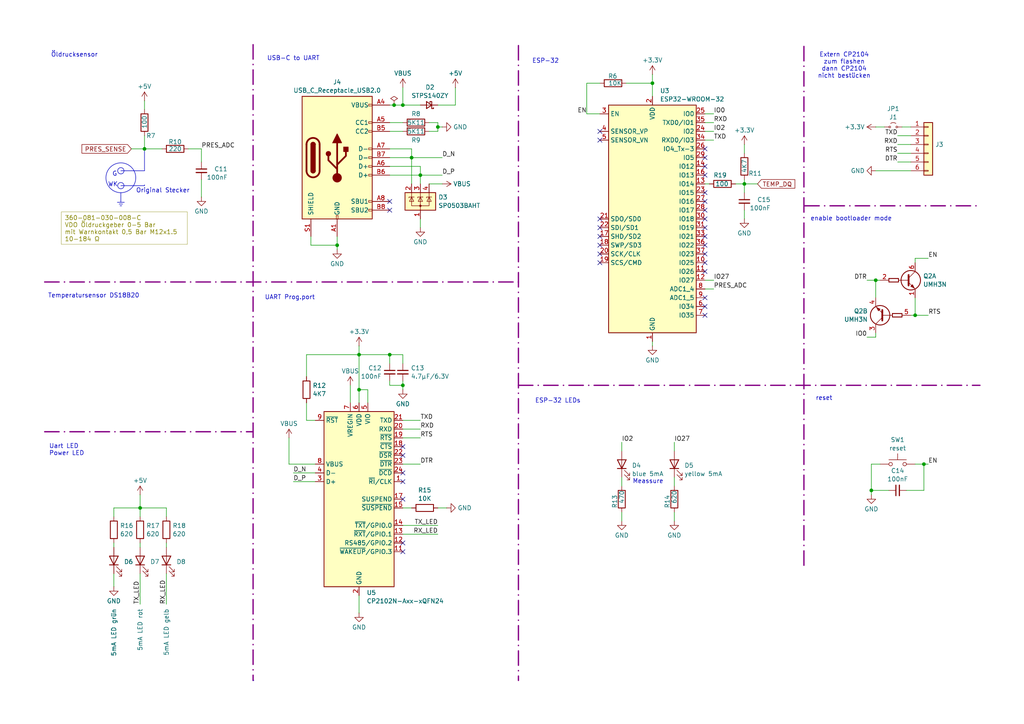
<source format=kicad_sch>
(kicad_sch (version 20250114) (generator "eeschema") (generator_version "9.0")
  (paper "A4")
  (title_block (title "BMW N57 Öldruck und Öltemperatur Anzeige") (date "2025-11-05") (rev "0.1") (comment 1 "ESP32 und Prog. Port"))
  (lib_symbols
    (symbol "Connector:USB_C_Receptacle_USB2.0" (pin_names (offset 1.016))
      (property "Reference" "J" (at -10.16 19.05 0))
      (property "Value" "USB_C_Receptacle_USB2.0" (at 19.05 19.05 0))
      (symbol "USB_C_Receptacle_USB2.0_0_0"
        (rectangle (start -0.254 -17.78) (end 0.254 -16.764))
        (rectangle (start 10.16 15.494) (end 9.144 14.986))
        (rectangle (start 10.16 10.414) (end 9.144 9.906))
        (rectangle (start 10.16 7.874) (end 9.144 7.366))
        (rectangle (start 10.16 2.794) (end 9.144 2.286))
        (rectangle (start 10.16 0.254) (end 9.144 -0.254))
        (rectangle (start 10.16 -2.286) (end 9.144 -2.794))
        (rectangle (start 10.16 -4.826) (end 9.144 -5.334))
        (rectangle (start 10.16 -12.446) (end 9.144 -12.954))
        (rectangle (start 10.16 -14.986) (end 9.144 -15.494))
      )
      (symbol "USB_C_Receptacle_USB2.0_0_1"
        (rectangle (start -10.16 17.78) (end 10.16 -17.78) (stroke (width 0.254)) (fill (type background)))
        (polyline (pts (xy -8.89 -3.81) (xy -8.89 3.81)) (stroke (width 0.508)))
        (rectangle (start -7.62 -3.81) (end -6.35 3.81) (stroke (width 0.254)) (fill (type outline)))
        (arc (start -7.62 3.81) (mid -6.985 4.4423) (end -6.35 3.81) (stroke (width 0.254)))
        (arc (start -7.62 3.81) (mid -6.985 4.4423) (end -6.35 3.81) (stroke (width 0.254)) (fill (type outline)))
        (arc (start -8.89 3.81) (mid -6.985 5.7067) (end -5.08 3.81) (stroke (width 0.508)))
        (arc (start -5.08 -3.81) (mid -6.985 -5.7067) (end -8.89 -3.81) (stroke (width 0.508)))
        (arc (start -6.35 -3.81) (mid -6.985 -4.4423) (end -7.62 -3.81) (stroke (width 0.254)))
        (arc (start -6.35 -3.81) (mid -6.985 -4.4423) (end -7.62 -3.81) (stroke (width 0.254)) (fill (type outline)))
        (polyline (pts (xy -5.08 3.81) (xy -5.08 -3.81)) (stroke (width 0.508)))
        (circle (center -2.54 1.143) (radius 0.635) (stroke (width 0.254)) (fill (type outline)))
        (polyline (pts (xy -1.27 4.318) (xy 0 6.858) (xy 1.27 4.318) (xy -1.27 4.318)) (stroke (width 0.254)) (fill (type outline)))
        (polyline (pts (xy 0 -2.032) (xy 2.54 0.508) (xy 2.54 1.778)) (stroke (width 0.508)))
        (polyline (pts (xy 0 -3.302) (xy -2.54 -0.762) (xy -2.54 0.508)) (stroke (width 0.508)))
        (polyline (pts (xy 0 -5.842) (xy 0 4.318)) (stroke (width 0.508)))
        (circle (center 0 -5.842) (radius 1.27) (fill (type outline)))
        (rectangle (start 1.905 1.778) (end 3.175 3.048) (stroke (width 0.254)) (fill (type outline)))
      )
      (symbol "USB_C_Receptacle_USB2.0_1_1"
        (pin passive line (at -7.62 -22.86 90) (length 5.08) (name "SHIELD") (number "S1"))
        (pin passive line (at 0 -22.86 90) (length 5.08) (name "GND") (number "A1"))
        (pin passive line (at 0 -22.86 90) (length 5.08) (hide yes) (name "GND") (number "A12"))
        (pin passive line (at 0 -22.86 90) (length 5.08) (hide yes) (name "GND") (number "B1"))
        (pin passive line (at 0 -22.86 90) (length 5.08) (hide yes) (name "GND") (number "B12"))
        (pin passive line (at 15.24 15.24 180) (length 5.08) (name "VBUS") (number "A4"))
        (pin passive line (at 15.24 15.24 180) (length 5.08) (hide yes) (name "VBUS") (number "A9"))
        (pin passive line (at 15.24 15.24 180) (length 5.08) (hide yes) (name "VBUS") (number "B4"))
        (pin passive line (at 15.24 15.24 180) (length 5.08) (hide yes) (name "VBUS") (number "B9"))
        (pin bidirectional line (at 15.24 10.16 180) (length 5.08) (name "CC1") (number "A5"))
        (pin bidirectional line (at 15.24 7.62 180) (length 5.08) (name "CC2") (number "B5"))
        (pin bidirectional line (at 15.24 2.54 180) (length 5.08) (name "D-") (number "A7"))
        (pin bidirectional line (at 15.24 0 180) (length 5.08) (name "D-") (number "B7"))
        (pin bidirectional line (at 15.24 -2.54 180) (length 5.08) (name "D+") (number "A6"))
        (pin bidirectional line (at 15.24 -5.08 180) (length 5.08) (name "D+") (number "B6"))
        (pin bidirectional line (at 15.24 -12.7 180) (length 5.08) (name "SBU1") (number "A8"))
        (pin bidirectional line (at 15.24 -15.24 180) (length 5.08) (name "SBU2") (number "B8"))
      )
    )
    (symbol "Connector_Generic:Conn_01x06" (pin_names (offset 1.016) (hide yes))
      (property "Reference" "J" (at 0 7.62 0))
      (property "Value" "Conn_01x06" (at 0 -10.16 0))
      (symbol "Conn_01x06_1_1"
        (rectangle (start -1.27 6.35) (end 1.27 -8.89) (stroke (width 0.254)) (fill (type background)))
        (rectangle (start -1.27 5.207) (end 0 4.953) (stroke (width 0.1524)))
        (rectangle (start -1.27 2.667) (end 0 2.413) (stroke (width 0.1524)))
        (rectangle (start -1.27 0.127) (end 0 -0.127) (stroke (width 0.1524)))
        (rectangle (start -1.27 -2.413) (end 0 -2.667) (stroke (width 0.1524)))
        (rectangle (start -1.27 -4.953) (end 0 -5.207) (stroke (width 0.1524)))
        (rectangle (start -1.27 -7.493) (end 0 -7.747) (stroke (width 0.1524)))
        (pin passive line (at -5.08 5.08 0) (length 3.81) (name "Pin_1") (number "1"))
        (pin passive line (at -5.08 2.54 0) (length 3.81) (name "Pin_2") (number "2"))
        (pin passive line (at -5.08 0 0) (length 3.81) (name "Pin_3") (number "3"))
        (pin passive line (at -5.08 -2.54 0) (length 3.81) (name "Pin_4") (number "4"))
        (pin passive line (at -5.08 -5.08 0) (length 3.81) (name "Pin_5") (number "5"))
        (pin passive line (at -5.08 -7.62 0) (length 3.81) (name "Pin_6") (number "6"))
      )
    )
    (symbol "Device:C_Small" (pin_numbers (hide yes)) (pin_names (offset 0.254) (hide yes))
      (property "Reference" "C" (at 0.254 1.778 0))
      (property "Value" "C_Small" (at 0.254 -2.032 0))
      (symbol "C_Small_0_1"
        (polyline (pts (xy -1.524 0.508) (xy 1.524 0.508)) (stroke (width 0.3048)))
        (polyline (pts (xy -1.524 -0.508) (xy 1.524 -0.508)) (stroke (width 0.3302)))
      )
      (symbol "C_Small_1_1"
        (pin passive line (at 0 2.54 270) (length 2.032) (name "~") (number "1"))
        (pin passive line (at 0 -2.54 90) (length 2.032) (name "~") (number "2"))
      )
    )
    (symbol "Device:D_Schottky_Small" (pin_numbers (hide yes)) (pin_names (offset 0.254) (hide yes))
      (property "Reference" "D" (at -1.27 2.032 0))
      (property "Value" "D_Schottky_Small" (at -7.112 -2.032 0))
      (symbol "D_Schottky_Small_0_1"
        (polyline (pts (xy -1.27 0.762) (xy -1.27 1.016) (xy -0.762 1.016) (xy -0.762 -1.016) (xy -0.254 -1.016) (xy -0.254 -0.762)) (stroke (width 0.254)))
        (polyline (pts (xy -0.762 0) (xy 0.762 0)))
        (polyline (pts (xy 0.762 -1.016) (xy -0.762 0) (xy 0.762 1.016) (xy 0.762 -1.016)) (stroke (width 0.254)))
      )
      (symbol "D_Schottky_Small_1_1"
        (pin passive line (at -2.54 0 0) (length 1.778) (name "K") (number "1"))
        (pin passive line (at 2.54 0 180) (length 1.778) (name "A") (number "2"))
      )
    )
    (symbol "Device:LED" (pin_numbers (hide yes)) (pin_names (offset 1.016) (hide yes))
      (property "Reference" "D" (at 0 2.54 0))
      (property "Value" "LED" (at 0 -2.54 0))
      (symbol "LED_0_1"
        (polyline (pts (xy -3.048 -0.762) (xy -4.572 -2.286) (xy -3.81 -2.286) (xy -4.572 -2.286) (xy -4.572 -1.524)))
        (polyline (pts (xy -1.778 -0.762) (xy -3.302 -2.286) (xy -2.54 -2.286) (xy -3.302 -2.286) (xy -3.302 -1.524)))
        (polyline (pts (xy -1.27 0) (xy 1.27 0)))
        (polyline (pts (xy -1.27 -1.27) (xy -1.27 1.27)) (stroke (width 0.254)))
        (polyline (pts (xy 1.27 -1.27) (xy 1.27 1.27) (xy -1.27 0) (xy 1.27 -1.27)) (stroke (width 0.254)))
      )
      (symbol "LED_1_1"
        (pin passive line (at -3.81 0 0) (length 2.54) (name "K") (number "1"))
        (pin passive line (at 3.81 0 180) (length 2.54) (name "A") (number "2"))
      )
    )
    (symbol "Device:R" (pin_numbers (hide yes)) (pin_names (offset 0))
      (property "Reference" "R" (at 2.032 0 90))
      (property "Value" "R" (at 0 0 90))
      (symbol "R_0_1"
        (rectangle (start -1.016 -2.54) (end 1.016 2.54) (stroke (width 0.254)))
      )
      (symbol "R_1_1"
        (pin passive line (at 0 3.81 270) (length 1.27) (name "~") (number "1"))
        (pin passive line (at 0 -3.81 90) (length 1.27) (name "~") (number "2"))
      )
    )
    (symbol "Interface_USB:CP2102N-Axx-xQFN24"
      (property "Reference" "U" (at -8.89 26.67 0))
      (property "Value" "CP2102N-Axx-xQFN24" (at 13.97 26.67 0))
      (symbol "CP2102N-Axx-xQFN24_0_1"
        (rectangle (start -10.16 25.4) (end 10.16 -25.4) (stroke (width 0.254)) (fill (type background)))
      )
      (symbol "CP2102N-Axx-xQFN24_1_1"
        (pin input line (at -12.7 22.86 0) (length 2.54) (name "~{RST}") (number "9"))
        (pin input line (at -12.7 10.16 0) (length 2.54) (name "VBUS") (number "8"))
        (pin bidirectional line (at -12.7 7.62 0) (length 2.54) (name "D-") (number "4"))
        (pin bidirectional line (at -12.7 5.08 0) (length 2.54) (name "D+") (number "3"))
        (pin no_connect line (at -10.16 -22.86 0) (length 2.54) (hide yes) (name "NC") (number "10"))
        (pin power_in line (at -2.54 27.94 270) (length 2.54) (name "VREGIN") (number "7"))
        (pin power_in line (at 0 27.94 270) (length 2.54) (name "VDD") (number "6"))
        (pin power_in line (at 0 -27.94 90) (length 2.54) (name "GND") (number "2"))
        (pin passive line (at 0 -27.94 90) (length 2.54) (hide yes) (name "GND") (number "25"))
        (pin power_in line (at 2.54 27.94 270) (length 2.54) (name "VIO") (number "5"))
        (pin no_connect line (at 10.16 -22.86 180) (length 2.54) (hide yes) (name "NC") (number "16"))
        (pin output line (at 12.7 22.86 180) (length 2.54) (name "TXD") (number "21"))
        (pin input line (at 12.7 20.32 180) (length 2.54) (name "RXD") (number "20"))
        (pin output line (at 12.7 17.78 180) (length 2.54) (name "~{RTS}") (number "19"))
        (pin input line (at 12.7 15.24 180) (length 2.54) (name "~{CTS}") (number "18"))
        (pin input line (at 12.7 12.7 180) (length 2.54) (name "~{DSR}") (number "22"))
        (pin output line (at 12.7 10.16 180) (length 2.54) (name "~{DTR}") (number "23"))
        (pin input line (at 12.7 7.62 180) (length 2.54) (name "~{DCD}") (number "24"))
        (pin bidirectional line (at 12.7 5.08 180) (length 2.54) (name "~{RI}/CLK") (number "1"))
        (pin output line (at 12.7 0 180) (length 2.54) (name "SUSPEND") (number "17"))
        (pin output line (at 12.7 -2.54 180) (length 2.54) (name "~{SUSPEND}") (number "15"))
        (pin bidirectional line (at 12.7 -7.62 180) (length 2.54) (name "~{TXT}/GPIO.0") (number "14"))
        (pin bidirectional line (at 12.7 -10.16 180) (length 2.54) (name "~{RXT}/GPIO.1") (number "13"))
        (pin bidirectional line (at 12.7 -12.7 180) (length 2.54) (name "RS485/GPIO.2") (number "12"))
        (pin bidirectional line (at 12.7 -15.24 180) (length 2.54) (name "~{WAKEUP}/GPIO.3") (number "11"))
      )
    )
    (symbol "Jumper_2_Small_Open_1" (pin_numbers (hide yes)) (pin_names (offset 0) (hide yes))
      (property "Reference" "JP" (at 0 2.794 0))
      (property "Value" "Jumper_2_Small_Open" (at 0 -2.286 0))
      (symbol "Jumper_2_Small_Open_1_0_0"
        (circle (center -1.016 0) (radius 0.254))
        (circle (center 1.016 0) (radius 0.254))
      )
      (symbol "Jumper_2_Small_Open_1_0_1"
        (arc (start -0.762 1.0196) (mid 0 1.2729) (end 0.762 1.0196))
      )
      (symbol "Jumper_2_Small_Open_1_1_1"
        (pin passive line (at -2.54 0 0) (length 1.27) (name "A") (number "1"))
        (pin passive line (at 2.54 0 180) (length 1.27) (name "B") (number "2"))
      )
    )
    (symbol "Power_Protection:SP0503BAHT" (pin_names (hide yes))
      (property "Reference" "D" (at 5.715 2.54 0))
      (property "Value" "SP0503BAHT" (at 5.715 0.635 0))
      (symbol "SP0503BAHT_0_0"
        (pin passive line (at 0 -5.08 90) (length 2.54) (name "A") (number "1"))
      )
      (symbol "SP0503BAHT_0_1"
        (rectangle (start -4.445 2.54) (end 4.445 -2.54) (stroke (width 0.254)) (fill (type background)))
        (polyline (pts (xy -3.302 1.016) (xy -3.302 1.27) (xy -1.905 1.27) (xy -1.778 1.27)))
        (polyline (pts (xy -2.54 2.54) (xy -2.54 1.27)))
        (polyline (pts (xy -2.54 1.27) (xy -2.54 -1.27) (xy 2.54 -1.27) (xy 2.54 1.27)))
        (polyline (pts (xy -2.54 1.27) (xy -1.905 0) (xy -3.175 0) (xy -2.54 1.27)))
        (polyline (pts (xy 0 2.54) (xy 0 1.27)))
        (polyline (pts (xy 0 -1.27) (xy 0 1.27)))
        (polyline (pts (xy 0 -1.27) (xy 0 -2.54)))
        (circle (center 0 -1.27) (radius 0.254) (fill (type outline)))
        (polyline (pts (xy 0.635 1.27) (xy 0.762 1.27)))
        (polyline (pts (xy 0.635 1.27) (xy -0.762 1.27) (xy -0.762 1.016)))
        (polyline (pts (xy 0.635 0) (xy -0.635 0) (xy 0 1.27) (xy 0.635 0)))
        (polyline (pts (xy 1.778 1.016) (xy 1.778 1.27) (xy 3.175 1.27) (xy 3.302 1.27)))
        (polyline (pts (xy 2.54 2.54) (xy 2.54 1.27)))
        (polyline (pts (xy 2.54 1.27) (xy 1.905 0) (xy 3.175 0) (xy 2.54 1.27)))
      )
      (symbol "SP0503BAHT_1_1"
        (pin passive line (at -2.54 5.08 270) (length 2.54) (name "K") (number "2"))
        (pin passive line (at 0 5.08 270) (length 2.54) (name "K") (number "3"))
        (pin passive line (at 2.54 5.08 270) (length 2.54) (name "K") (number "4"))
      )
    )
    (symbol "Switch:SW_Push" (pin_numbers (hide yes)) (pin_names (offset 1.016) (hide yes))
      (property "Reference" "SW" (at 1.27 2.54 0))
      (property "Value" "SW_Push" (at 0 -1.524 0))
      (symbol "SW_Push_0_1"
        (circle (center -2.032 0) (radius 0.508))
        (polyline (pts (xy 0 1.27) (xy 0 3.048)))
        (circle (center 2.032 0) (radius 0.508))
        (polyline (pts (xy 2.54 1.27) (xy -2.54 1.27)))
        (pin passive line (at -5.08 0 0) (length 2.54) (name "1") (number "1"))
        (pin passive line (at 5.08 0 180) (length 2.54) (name "2") (number "2"))
      )
    )
    (symbol "Transistor_BJT:UMH3N" (pin_names (hide yes))
      (property "Reference" "Q" (at 7.62 1.27 0))
      (property "Value" "UMH3N" (at 7.62 -1.27 0))
      (symbol "UMH3N_0_1"
        (rectangle (start 0.254 0.508) (end -2.54 -0.508) (stroke (width 0.254)))
        (polyline (pts (xy 3.175 1.524) (xy 3.175 -1.524)) (stroke (width 0.508)))
        (polyline (pts (xy 3.175 0.635) (xy 5.08 2.54)))
        (polyline (pts (xy 3.175 0) (xy 0.254 0)))
        (polyline (pts (xy 3.175 -0.635) (xy 5.08 -2.54) (xy 5.08 -2.54)))
        (circle (center 3.81 0) (radius 2.8194) (stroke (width 0.254)))
        (polyline (pts (xy 3.81 -1.778) (xy 4.318 -1.27) (xy 4.826 -2.286) (xy 3.81 -1.778) (xy 3.81 -1.778)) (fill (type outline)))
      )
      (symbol "UMH3N_1_1"
        (pin input line (at -5.08 0 0) (length 2.54) (name "B1") (number "2"))
        (pin passive line (at 5.08 5.08 270) (length 2.54) (name "C1") (number "6"))
        (pin passive line (at 5.08 -5.08 90) (length 2.54) (name "E1") (number "1"))
      )
      (symbol "UMH3N_2_1"
        (pin input line (at -5.08 0 0) (length 2.54) (name "B2") (number "5"))
        (pin passive line (at 5.08 5.08 270) (length 2.54) (name "C2") (number "3"))
        (pin passive line (at 5.08 -5.08 90) (length 2.54) (name "E2") (number "4"))
      )
    )
    (symbol "my_RF:ESP32-WROOM-32"
      (property "Reference" "U3" (at 2.1941 37.1645 0))
      (property "Value" "ESP32-WROOM-32" (at 2.1941 34.7402 0))
      (symbol "ESP32-WROOM-32_0_1"
        (rectangle (start -12.7 33.02) (end 12.7 -33.02) (stroke (width 0.254)) (fill (type background)))
      )
      (symbol "ESP32-WROOM-32_1_1"
        (pin input line (at -15.24 30.48 0) (length 2.54) (name "EN") (number "3"))
        (pin input line (at -15.24 25.4 0) (length 2.54) (name "SENSOR_VP") (number "4"))
        (pin input line (at -15.24 22.86 0) (length 2.54) (name "SENSOR_VN") (number "5"))
        (pin bidirectional line (at -15.24 0 0) (length 2.54) (name "SDO/SD0") (number "21"))
        (pin bidirectional line (at -15.24 -2.54 0) (length 2.54) (name "SDI/SD1") (number "22"))
        (pin bidirectional line (at -15.24 -5.08 0) (length 2.54) (name "SHD/SD2") (number "17"))
        (pin bidirectional line (at -15.24 -7.62 0) (length 2.54) (name "SWP/SD3") (number "18"))
        (pin bidirectional line (at -15.24 -10.16 0) (length 2.54) (name "SCK/CLK") (number "20"))
        (pin bidirectional line (at -15.24 -12.7 0) (length 2.54) (name "SCS/CMD") (number "19"))
        (pin no_connect line (at -12.7 -27.94 0) (length 2.54) (hide yes) (name "NC") (number "32"))
        (pin power_in line (at 0 35.56 270) (length 2.54) (name "VDD") (number "2"))
        (pin power_in line (at 0 -35.56 90) (length 2.54) (name "GND") (number "1"))
        (pin passive line (at 0 -35.56 90) (length 2.54) (hide yes) (name "GND") (number "15"))
        (pin passive line (at 0 -35.56 90) (length 2.54) (hide yes) (name "GND") (number "38"))
        (pin passive line (at 0 -35.56 90) (length 2.54) (hide yes) (name "GND") (number "39"))
        (pin bidirectional line (at 15.24 30.48 180) (length 2.54) (name "IO0") (number "25"))
        (pin bidirectional line (at 15.24 27.94 180) (length 2.54) (name "TXD0/IO1") (number "35"))
        (pin bidirectional line (at 15.24 25.4 180) (length 2.54) (name "IO2") (number "24"))
        (pin bidirectional line (at 15.24 22.86 180) (length 2.54) (name "RXD0/IO3") (number "34"))
        (pin bidirectional line (at 15.24 20.32 180) (length 2.54) (name "IO4") (number "26") (alternate "IO4 Tx-3" output line))
        (pin bidirectional line (at 15.24 17.78 180) (length 2.54) (name "IO5") (number "29"))
        (pin bidirectional line (at 15.24 15.24 180) (length 2.54) (name "IO12") (number "14"))
        (pin bidirectional line (at 15.24 12.7 180) (length 2.54) (name "IO13") (number "16"))
        (pin bidirectional line (at 15.24 10.16 180) (length 2.54) (name "IO14") (number "13"))
        (pin bidirectional line (at 15.24 7.62 180) (length 2.54) (name "IO15") (number "23"))
        (pin bidirectional line (at 15.24 5.08 180) (length 2.54) (name "IO16") (number "27"))
        (pin bidirectional line (at 15.24 2.54 180) (length 2.54) (name "IO17") (number "28"))
        (pin bidirectional line (at 15.24 0 180) (length 2.54) (name "IO18") (number "30"))
        (pin bidirectional line (at 15.24 -2.54 180) (length 2.54) (name "IO19") (number "31"))
        (pin bidirectional line (at 15.24 -5.08 180) (length 2.54) (name "IO21") (number "33"))
        (pin bidirectional line (at 15.24 -7.62 180) (length 2.54) (name "IO22") (number "36"))
        (pin bidirectional line (at 15.24 -10.16 180) (length 2.54) (name "IO23") (number "37"))
        (pin bidirectional line (at 15.24 -12.7 180) (length 2.54) (name "IO25") (number "10"))
        (pin bidirectional line (at 15.24 -15.24 180) (length 2.54) (name "IO26") (number "11"))
        (pin bidirectional line (at 15.24 -17.78 180) (length 2.54) (name "IO27") (number "12"))
        (pin bidirectional line (at 15.24 -20.32 180) (length 2.54) (name "IO32") (number "8") (alternate "ADC1_4" input line))
        (pin bidirectional line (at 15.24 -22.86 180) (length 2.54) (name "IO33") (number "9") (alternate "ADC1_5" input line))
        (pin input line (at 15.24 -25.4 180) (length 2.54) (name "IO34") (number "6"))
        (pin input line (at 15.24 -27.94 180) (length 2.54) (name "IO35") (number "7"))
      )
    )
    (symbol "power:+3.3V" (power) (pin_numbers (hide yes)) (pin_names (offset 0) (hide yes))
      (property "Value" "+3.3V" (at 0 3.556 0))
      (symbol "+3.3V_0_1"
        (polyline (pts (xy -0.762 1.27) (xy 0 2.54)))
        (polyline (pts (xy 0 2.54) (xy 0.762 1.27)))
        (polyline (pts (xy 0 0) (xy 0 2.54)))
      )
      (symbol "+3.3V_1_1"
        (pin power_in line (at 0 0 90) (length 0) (name "~") (number "1"))
      )
    )
    (symbol "power:+5V" (power) (pin_numbers (hide yes)) (pin_names (offset 0) (hide yes))
      (property "Value" "+5V" (at 0 3.556 0))
      (symbol "+5V_0_1"
        (polyline (pts (xy -0.762 1.27) (xy 0 2.54)))
        (polyline (pts (xy 0 2.54) (xy 0.762 1.27)))
        (polyline (pts (xy 0 0) (xy 0 2.54)))
      )
      (symbol "+5V_1_1"
        (pin power_in line (at 0 0 90) (length 0) (name "~") (number "1"))
      )
    )
    (symbol "power:GND" (power) (pin_numbers (hide yes)) (pin_names (offset 0) (hide yes))
      (property "Value" "GND" (at 0 -3.81 0))
      (symbol "GND_0_1"
        (polyline (pts (xy 0 0) (xy 0 -1.27) (xy 1.27 -1.27) (xy 0 -2.54) (xy -1.27 -1.27) (xy 0 -1.27)))
      )
      (symbol "GND_1_1"
        (pin power_in line (at 0 0 270) (length 0) (name "~") (number "1"))
      )
    )
    (symbol "power:PWR_FLAG" (power) (pin_numbers (hide yes)) (pin_names (offset 0) (hide yes))
      (property "Value" "PWR_FLAG" (at 0 3.81 0))
      (symbol "PWR_FLAG_0_0"
        (pin power_out line (at 0 0 90) (length 0) (name "pwr") (number "1"))
      )
      (symbol "PWR_FLAG_0_1"
        (polyline (pts (xy 0 0) (xy 0 1.27) (xy -1.016 1.905) (xy 0 2.54) (xy 1.016 1.905) (xy 0 1.27)))
      )
    )
    (symbol "power:VBUS" (power) (pin_names (offset 0))
      (property "Value" "VBUS" (at 0 3.81 0))
      (symbol "VBUS_0_1"
        (polyline (pts (xy -0.762 1.27) (xy 0 2.54)))
        (polyline (pts (xy 0 2.54) (xy 0.762 1.27)))
        (polyline (pts (xy 0 0) (xy 0 2.54)))
      )
      (symbol "VBUS_1_1"
        (pin power_in line (at 0 0 90) (length 0) (hide yes) (name "VBUS") (number "1"))
      )
    )
  )
  (circle (center 35.052 49.53) (radius 0.9158))
  (circle (center 35.052 53.848) (radius 0.9158))
  (circle (center 35.052 51.562) (radius 4.3255))
  (text "Meassure\n" (at 187.96 139.7 0) (effects (font (size 1.27 1.27))))
  (text "Temperatursensor DS18B20" (at 27.178 85.852 0) (effects (font (size 1.27 1.27))))
  (text "reset\n" (at 239.014 115.57 0) (effects (font (size 1.27 1.27))))
  (text "ESP-32" (at 158.242 17.78 0) (effects (font (size 1.27 1.27))))
  (text "enable bootloader mode\n" (at 246.888 63.5 0) (effects (font (size 1.27 1.27))))
  (text "WK" (at 32.766 53.594 0) (effects (font (size 1.27 1.27))))
  (text "UART Prog.port" (at 84.074 86.36 0) (effects (font (size 1.27 1.27))))
  (text "ESP-32 LEDs" (at 161.798 116.332 0) (effects (font (size 1.27 1.27))))
  (text "Original Stecker" (at 47.244 55.372 0) (effects (font (size 1.27 1.27))))
  (text "" (at 203.2 139.7 0) (effects (font (size 1.27 1.27))))
  (text "G" (at 33.274 50.546 0) (effects (font (size 1.27 1.27))))
  (text "Öldrucksensor\n" (at 21.59 16.002 0) (effects (font (size 1.27 1.27))))
  (text "Extern CP2104\nzum flashen\ndann CP2104\nnicht bestücken" (at 244.856 19.05 0) (effects (font (size 1.27 1.27))))
  (text "Uart LED\nPower LED\n" (at 14.224 130.556 0) (effects (font (size 1.27 1.27)) (justify left)))
  (text "USB-C to UART\n" (at 85.09 17.018 0) (effects (font (size 1.27 1.27))))
  (text_box "360-081-030-008-C \nVDO Öldruckgeber 0-5 Bar \nmit Warnkontakt 0,5 Bar M12x1.5\n10-184 Ω" (at 17.78 61.468 0) (size 36.576 9.398) (margins 0.9525 0.9525 0.9525 0.9525) (stroke (width 0.0762) (color 132 132 0 1)) (effects (font (size 1.27 1.27)) (justify left top)))
  (junction (at 127 36.83))
  (junction (at 265.43 91.44))
  (junction (at 116.84 111.76))
  (junction (at 41.91 43.18))
  (junction (at 113.03 102.87))
  (junction (at 116.84 30.48))
  (junction (at 104.14 102.87))
  (junction (at 254 81.28))
  (junction (at 104.14 113.03))
  (junction (at 267.97 134.62))
  (junction (at 121.92 50.8))
  (junction (at 189.23 24.13))
  (junction (at 114.3 30.48))
  (junction (at 97.79 71.12))
  (junction (at 252.73 142.24))
  (junction (at 215.9 53.34))
  (junction (at 40.64 147.32))
  (junction (at 119.38 45.72))
  (no_connect (at 204.47 48.26))
  (no_connect (at 113.03 60.96))
  (no_connect (at 204.47 66.04))
  (no_connect (at 173.99 73.66))
  (no_connect (at 204.47 73.66))
  (no_connect (at 204.47 55.88))
  (no_connect (at 116.84 132.08))
  (no_connect (at 173.99 38.1))
  (no_connect (at 173.99 68.58))
  (no_connect (at 204.47 60.96))
  (no_connect (at 116.84 139.7))
  (no_connect (at 113.03 58.42))
  (no_connect (at 116.84 160.02))
  (no_connect (at 204.47 45.72))
  (no_connect (at 204.47 76.2))
  (no_connect (at 173.99 40.64))
  (no_connect (at 204.47 88.9))
  (no_connect (at 173.99 66.04))
  (no_connect (at 173.99 76.2))
  (no_connect (at 204.47 63.5))
  (no_connect (at 173.99 63.5))
  (no_connect (at 204.47 78.74))
  (no_connect (at 116.84 144.78))
  (no_connect (at 173.99 71.12))
  (no_connect (at 116.84 129.54))
  (no_connect (at 204.47 71.12))
  (no_connect (at 116.84 137.16))
  (no_connect (at 116.84 157.48))
  (no_connect (at 204.47 91.44))
  (no_connect (at 204.47 86.36))
  (no_connect (at 204.47 50.8))
  (no_connect (at 204.47 68.58))
  (no_connect (at 204.47 58.42))
  (no_connect (at 204.47 43.18))
  (wire (pts (xy 116.84 127) (xy 121.92 127)))
  (wire (pts (xy 181.61 24.13) (xy 189.23 24.13)))
  (wire (pts (xy 170.18 33.02) (xy 170.18 24.13)))
  (wire (pts (xy 88.9 102.87) (xy 104.14 102.87)))
  (wire (pts (xy 114.3 30.48) (xy 116.84 30.48)))
  (wire (pts (xy 121.92 48.26) (xy 121.92 50.8)))
  (wire (pts (xy 127 35.56) (xy 127 36.83)))
  (wire (pts (xy 116.84 152.4) (xy 127 152.4)))
  (wire (pts (xy 85.09 139.7) (xy 91.44 139.7)))
  (wire (pts (xy 33.02 158.75) (xy 33.02 157.48)))
  (wire (pts (xy 195.58 148.59) (xy 195.58 151.13)))
  (wire (pts (xy 116.84 111.76) (xy 116.84 113.03)))
  (wire (pts (xy 252.73 134.62) (xy 252.73 142.24)))
  (wire (pts (xy 127 147.32) (xy 129.54 147.32)))
  (wire (pts (xy 267.97 134.62) (xy 269.24 134.62)))
  (wire (pts (xy 106.68 113.03) (xy 104.14 113.03)))
  (wire (pts (xy 132.08 25.4) (xy 132.08 30.48)))
  (wire (pts (xy 121.92 63.5) (xy 121.92 66.04)))
  (wire (pts (xy 48.26 157.48) (xy 48.26 158.75)))
  (wire (pts (xy 265.43 74.93) (xy 269.24 74.93)))
  (wire (pts (xy 113.03 102.87) (xy 113.03 105.41)))
  (polyline (pts (xy 41.91 53.594) (xy 41.91 53.848)))
  (wire (pts (xy 113.03 43.18) (xy 119.38 43.18)))
  (wire (pts (xy 260.35 39.37) (xy 264.16 39.37)))
  (wire (pts (xy 113.03 45.72) (xy 119.38 45.72)))
  (wire (pts (xy 54.61 43.18) (xy 58.42 43.18)))
  (wire (pts (xy 90.17 68.58) (xy 90.17 71.12)))
  (wire (pts (xy 207.01 38.1) (xy 204.47 38.1)))
  (wire (pts (xy 119.38 43.18) (xy 119.38 45.72)))
  (wire (pts (xy 195.58 128.27) (xy 195.58 130.81)))
  (wire (pts (xy 116.84 147.32) (xy 119.38 147.32)))
  (wire (pts (xy 48.26 147.32) (xy 48.26 149.86)))
  (wire (pts (xy 119.38 45.72) (xy 119.38 53.34)))
  (wire (pts (xy 88.9 121.92) (xy 91.44 121.92)))
  (wire (pts (xy 40.64 147.32) (xy 40.64 149.86)))
  (polyline (pts (xy 35.052 55.88) (xy 35.052 58.166)))
  (wire (pts (xy 207.01 35.56) (xy 204.47 35.56)))
  (wire (pts (xy 215.9 53.34) (xy 215.9 55.88)))
  (wire (pts (xy 124.46 35.56) (xy 127 35.56)))
  (wire (pts (xy 215.9 60.96) (xy 215.9 63.5)))
  (polyline (pts (xy 35.052 49.53) (xy 41.91 49.53)))
  (wire (pts (xy 104.14 172.72) (xy 104.14 177.8)))
  (wire (pts (xy 254 96.52) (xy 254 97.79)))
  (wire (pts (xy 121.92 50.8) (xy 128.27 50.8)))
  (wire (pts (xy 83.82 134.62) (xy 91.44 134.62)))
  (wire (pts (xy 58.42 46.99) (xy 58.42 43.18)))
  (polyline (pts (xy 34.544 59.182) (xy 35.56 59.182)))
  (polyline (pts (xy 34.798 59.69) (xy 35.306 59.69)))
  (wire (pts (xy 265.43 76.2) (xy 265.43 74.93)))
  (wire (pts (xy 255.27 134.62) (xy 252.73 134.62)))
  (wire (pts (xy 113.03 38.1) (xy 116.84 38.1)))
  (wire (pts (xy 215.9 41.91) (xy 215.9 44.45)))
  (wire (pts (xy 104.14 102.87) (xy 104.14 113.03)))
  (wire (pts (xy 33.02 149.86) (xy 33.02 147.32)))
  (wire (pts (xy 215.9 53.34) (xy 213.36 53.34)))
  (wire (pts (xy 180.34 138.43) (xy 180.34 140.97)))
  (wire (pts (xy 265.43 134.62) (xy 267.97 134.62)))
  (wire (pts (xy 90.17 71.12) (xy 97.79 71.12)))
  (wire (pts (xy 113.03 30.48) (xy 114.3 30.48)))
  (wire (pts (xy 104.14 100.33) (xy 104.14 102.87)))
  (wire (pts (xy 205.74 53.34) (xy 204.47 53.34)))
  (wire (pts (xy 88.9 109.22) (xy 88.9 102.87)))
  (wire (pts (xy 260.35 41.91) (xy 264.16 41.91)))
  (polyline (pts (xy 41.91 43.434) (xy 41.91 49.53)))
  (wire (pts (xy 113.03 48.26) (xy 121.92 48.26)))
  (wire (pts (xy 265.43 86.36) (xy 265.43 91.44)))
  (polyline (pts (xy 35.052 58.166) (xy 35.052 58.674)))
  (wire (pts (xy 261.62 36.83) (xy 264.16 36.83)))
  (wire (pts (xy 252.73 142.24) (xy 257.81 142.24)))
  (wire (pts (xy 254 81.28) (xy 254 86.36)))
  (wire (pts (xy 113.03 50.8) (xy 121.92 50.8)))
  (wire (pts (xy 124.46 38.1) (xy 127 38.1)))
  (wire (pts (xy 116.84 30.48) (xy 121.92 30.48)))
  (wire (pts (xy 260.35 46.99) (xy 264.16 46.99)))
  (polyline (pts (xy 34.036 58.674) (xy 36.068 58.674)))
  (wire (pts (xy 204.47 81.28) (xy 207.01 81.28)))
  (wire (pts (xy 173.99 33.02) (xy 170.18 33.02)))
  (polyline (pts (xy 150.368 13.208) (xy 150.368 197.358)) (stroke (width 0.381) (type dash_dot) (color 132 0 132 1)))
  (wire (pts (xy 58.42 57.15) (xy 58.42 52.07)))
  (wire (pts (xy 260.35 44.45) (xy 264.16 44.45)))
  (wire (pts (xy 116.84 105.41) (xy 116.84 102.87)))
  (wire (pts (xy 251.46 81.28) (xy 254 81.28)))
  (wire (pts (xy 264.16 91.44) (xy 265.43 91.44)))
  (wire (pts (xy 41.91 29.21) (xy 41.91 31.75)))
  (wire (pts (xy 116.84 121.92) (xy 121.92 121.92)))
  (wire (pts (xy 207.01 40.64) (xy 204.47 40.64)))
  (wire (pts (xy 33.02 147.32) (xy 40.64 147.32)))
  (wire (pts (xy 180.34 148.59) (xy 180.34 151.13)))
  (wire (pts (xy 97.79 68.58) (xy 97.79 71.12)))
  (wire (pts (xy 41.91 39.37) (xy 41.91 43.18)))
  (wire (pts (xy 106.68 116.84) (xy 106.68 113.03)))
  (wire (pts (xy 254 81.28) (xy 255.27 81.28)))
  (wire (pts (xy 40.64 147.32) (xy 48.26 147.32)))
  (wire (pts (xy 83.82 127) (xy 83.82 134.62)))
  (wire (pts (xy 219.71 53.34) (xy 215.9 53.34)))
  (wire (pts (xy 254 36.83) (xy 256.54 36.83)))
  (wire (pts (xy 127 36.83) (xy 128.27 36.83)))
  (wire (pts (xy 116.84 102.87) (xy 113.03 102.87)))
  (wire (pts (xy 116.84 124.46) (xy 121.92 124.46)))
  (wire (pts (xy 38.1 43.18) (xy 41.91 43.18)))
  (wire (pts (xy 113.03 111.76) (xy 116.84 111.76)))
  (wire (pts (xy 254 97.79) (xy 251.46 97.79)))
  (wire (pts (xy 85.09 137.16) (xy 91.44 137.16)))
  (wire (pts (xy 204.47 83.82) (xy 207.01 83.82)))
  (polyline (pts (xy 233.172 13.462) (xy 233.172 164.592)) (stroke (width 0.381) (type dash_dot) (color 132 0 132 1)))
  (polyline (pts (xy 150.368 111.76) (xy 284.226 111.76)) (stroke (width 0.381) (type dash_dot) (color 132 0 132 1)))
  (wire (pts (xy 33.02 166.37) (xy 33.02 170.18)))
  (wire (pts (xy 262.89 142.24) (xy 267.97 142.24)))
  (wire (pts (xy 173.99 24.13) (xy 170.18 24.13)))
  (polyline (pts (xy 35.052 53.848) (xy 41.91 53.848)))
  (wire (pts (xy 195.58 138.43) (xy 195.58 140.97)))
  (polyline (pts (xy 73.406 197.358) (xy 73.66 197.358)))
  (wire (pts (xy 97.79 71.12) (xy 97.79 72.39)))
  (wire (pts (xy 207.01 33.02) (xy 204.47 33.02)))
  (wire (pts (xy 189.23 24.13) (xy 189.23 21.59)))
  (wire (pts (xy 119.38 45.72) (xy 128.27 45.72)))
  (polyline (pts (xy 12.954 125.222) (xy 73.406 125.222)) (stroke (width 0.381) (type dash_dot) (color 132 0 132 1)))
  (wire (pts (xy 41.91 43.18) (xy 46.99 43.18)))
  (wire (pts (xy 180.34 128.27) (xy 180.34 130.81)))
  (wire (pts (xy 116.84 25.4) (xy 116.84 30.48)))
  (polyline (pts (xy 73.406 12.954) (xy 73.406 197.358)) (stroke (width 0.381) (type dash_dot) (color 132 0 132 1)))
  (wire (pts (xy 113.03 110.49) (xy 113.03 111.76)))
  (wire (pts (xy 40.64 166.37) (xy 40.64 175.26)))
  (wire (pts (xy 124.46 53.34) (xy 128.27 53.34)))
  (wire (pts (xy 101.6 111.76) (xy 101.6 116.84)))
  (wire (pts (xy 121.92 50.8) (xy 121.92 53.34)))
  (wire (pts (xy 116.84 110.49) (xy 116.84 111.76)))
  (polyline (pts (xy 12.954 81.788) (xy 150.368 81.788)) (stroke (width 0.381) (type dash_dot) (color 132 0 132 1)))
  (wire (pts (xy 127 38.1) (xy 127 36.83)))
  (wire (pts (xy 127 30.48) (xy 132.08 30.48)))
  (wire (pts (xy 40.64 157.48) (xy 40.64 158.75)))
  (wire (pts (xy 252.73 142.24) (xy 252.73 143.51)))
  (wire (pts (xy 104.14 102.87) (xy 113.03 102.87)))
  (wire (pts (xy 215.9 52.07) (xy 215.9 53.34)))
  (wire (pts (xy 88.9 116.84) (xy 88.9 121.92)))
  (wire (pts (xy 265.43 91.44) (xy 269.24 91.44)))
  (wire (pts (xy 189.23 99.06) (xy 189.23 100.33)))
  (polyline (pts (xy 233.426 59.69) (xy 284.48 59.69)) (stroke (width 0.381) (type dash_dot) (color 132 0 132 1)))
  (wire (pts (xy 254 49.53) (xy 264.16 49.53)))
  (wire (pts (xy 267.97 142.24) (xy 267.97 134.62)))
  (wire (pts (xy 116.84 154.94) (xy 127 154.94)))
  (wire (pts (xy 116.84 134.62) (xy 121.92 134.62)))
  (wire (pts (xy 104.14 113.03) (xy 104.14 116.84)))
  (wire (pts (xy 48.26 166.37) (xy 48.26 175.26)))
  (wire (pts (xy 189.23 24.13) (xy 189.23 27.94)))
  (wire (pts (xy 40.64 143.51) (xy 40.64 147.32)))
  (wire (pts (xy 113.03 35.56) (xy 116.84 35.56)))
  (label "RTS" (at 121.92 127 0))
  (label "IO0" (at 251.46 97.79 180))
  (label "DTR" (at 121.92 134.62 0))
  (label "IO27" (at 207.01 81.28 0))
  (label "IO27" (at 195.58 128.27 0))
  (label "RXD" (at 207.01 35.56 0))
  (label "PRES_ADC" (at 207.01 83.82 0))
  (label "RTS" (at 260.35 44.45 180))
  (label "IO2" (at 207.01 38.1 0))
  (label "TXD" (at 260.35 39.37 180))
  (label "RX_LED" (at 48.26 175.26 90))
  (label "D_P" (at 128.27 50.8 0))
  (label "IO2" (at 180.34 128.27 0))
  (label "TXD" (at 207.01 40.64 0))
  (label "RX_LED" (at 127 154.94 180))
  (label "RXD" (at 121.92 124.46 0))
  (label "EN" (at 170.18 33.02 180))
  (label "DTR" (at 251.46 81.28 180))
  (label "D_N" (at 128.27 45.72 0))
  (label "TXD" (at 121.92 121.92 0))
  (label "DTR" (at 260.35 46.99 180))
  (label "RXD" (at 260.35 41.91 180))
  (label "IO0" (at 207.01 33.02 0))
  (label "D_P" (at 85.09 139.7 0))
  (label "RTS" (at 269.24 91.44 0))
  (label "EN" (at 269.24 74.93 0))
  (label "TX_LED" (at 40.64 175.26 90))
  (label "PRES_ADC" (at 58.42 43.18 0))
  (label "TX_LED" (at 127 152.4 180))
  (label "D_N" (at 85.09 137.16 0))
  (label "EN" (at 269.24 134.62 0))
  (global_label "PRES_SENSE" (shape input) (at 38.1 43.18 180) (property "Intersheetrefs" "${INTERSHEET_REFS}" (effects (hide yes))))
  (global_label "TEMP_DQ" (shape input) (at 219.71 53.34 0) (property "Intersheetrefs" "${INTERSHEET_REFS}" (effects (hide yes))))
  (symbol (lib_id "Device:C_Small") (at 215.9 58.42 0) (unit 1)
    (property "Reference" "C15" (at 223.52 57.912 0) (effects (justify right)))
    (property "Value" "100nF" (at 223.52 60.3362 0) (effects (justify right)))
    (property "Footprint" "Capacitor_SMD:C_0603_1608Metric_Pad1.08x0.95mm_HandSolder" (effects (hide yes)))
    (property "Typ" "CL21C820JB61PNC" (effects (hide yes)))
  )
  (symbol (lib_name "Jumper_2_Small_Open_1") (lib_id "Jumper:Jumper_2_Small_Open") (at 259.08 36.83 0) (unit 1)
    (property "Reference" "JP1" (at 259.08 31.5396 0))
    (property "Value" "J1" (at 259.08 33.9639 0))
    (property "Footprint" "Connector_PinSocket_2.54mm:PinSocket_1x05_P2.54mm_Vertical" (effects (hide yes)))
    (property "Description" "Jumper, 2-pole, small symbol, open" (effects (hide yes)))
  )
  (symbol (lib_id "power:+3.3V") (at 254 36.83 90) (unit 1)
    (property "Reference" "#PWR025" (effects (hide yes)))
    (property "Value" "+3.3V" (at 250.825 36.83 90) (effects (justify left)))
  )
  (symbol (lib_id "Device:LED") (at 180.34 134.62 90) (unit 1)
    (property "Reference" "D4" (at 183.261 134.9953 90) (effects (justify right)))
    (property "Value" "blue 5mA" (at 183.261 137.4196 90) (effects (justify right)))
    (property "Footprint" "LED_SMD:LED_0603_1608Metric_Pad1.05x0.95mm_HandSolder" (effects (hide yes)))
    (property "Description" "Light emitting diode" (effects (hide yes)))
  )
  (symbol (lib_id "power:GND") (at 33.02 170.18 0) (unit 1)
    (property "Reference" "#PWR043" (effects (hide yes)))
    (property "Value" "GND" (at 33.02 174.3131 0))
  )
  (symbol (lib_id "Device:C_Small") (at 113.03 107.95 0) (unit 1)
    (property "Reference" "C12" (at 110.7059 106.7442 0) (effects (justify right)))
    (property "Value" "100nF" (at 110.7059 109.1684 0) (effects (justify right)))
    (property "Footprint" "Capacitor_SMD:C_0603_1608Metric_Pad1.08x0.95mm_HandSolder" (effects (hide yes)))
    (property "Typ" "CL21C820JB61PNC" (effects (hide yes)))
  )
  (symbol (lib_id "power:GND") (at 128.27 36.83 90) (mirror x) (unit 1)
    (property "Reference" "#PWR024" (effects (hide yes)))
    (property "Value" "GND" (at 131.445 36.83 90) (effects (justify right)))
  )
  (symbol (lib_id "Device:R") (at 195.58 144.78 0) (unit 1)
    (property "Reference" "R14" (at 193.548 143.51 90) (effects (justify right)))
    (property "Value" "620" (at 195.58 142.24 90) (effects (justify right)))
    (property "Footprint" "Resistor_SMD:R_0603_1608Metric_Pad0.98x0.95mm_HandSolder" (effects (hide yes)))
    (property "Description" "Resistor" (effects (hide yes)))
  )
  (symbol (lib_id "power:VBUS") (at 116.84 25.4 0) (unit 1)
    (property "Reference" "#PWR021" (effects (hide yes)))
    (property "Value" "VBUS" (at 116.84 21.2669 0))
  )
  (symbol (lib_id "Device:R") (at 177.8 24.13 270) (unit 1)
    (property "Reference" "R6" (at 179.07 22.098 90) (effects (justify right)))
    (property "Value" "10K" (at 180.34 24.13 90) (effects (justify right)))
    (property "Footprint" "Resistor_SMD:R_0603_1608Metric_Pad0.98x0.95mm_HandSolder" (effects (hide yes)))
    (property "Description" "Resistor" (effects (hide yes)))
  )
  (symbol (lib_id "power:+5V") (at 40.64 143.51 0) (unit 1)
    (property "Reference" "#PWR038" (effects (hide yes)))
    (property "Value" "+5V" (at 40.64 139.3769 0))
    (property "Description" "Power symbol creates a global label with name \"+5V\"" (effects (hide yes)))
  )
  (symbol (lib_id "power:VBUS") (at 128.27 53.34 270) (unit 1)
    (property "Reference" "#PWR027" (effects (hide yes)))
    (property "Value" "VBUS" (at 131.445 53.34 90) (effects (justify left)))
  )
  (symbol (lib_id "Device:LED") (at 40.64 162.56 90) (unit 1)
    (property "Reference" "D7" (at 43.561 162.9354 90) (effects (justify right)))
    (property "Value" "5mA LED rot" (at 40.64 176.53 0) (effects (justify right)))
    (property "Footprint" "LED_SMD:LED_0603_1608Metric_Pad1.05x0.95mm_HandSolder" (effects (hide yes)))
  )
  (symbol (lib_id "Device:LED") (at 48.26 162.56 90) (unit 1)
    (property "Reference" "D8" (at 51.181 162.9354 90) (effects (justify right)))
    (property "Value" "5mA LED gelb" (at 48.26 176.53 0) (effects (justify right)))
    (property "Footprint" "LED_SMD:LED_0603_1608Metric_Pad1.05x0.95mm_HandSolder" (effects (hide yes)))
  )
  (symbol (lib_id "Switch:SW_Push") (at 260.35 134.62 0) (unit 1)
    (property "Reference" "SW1" (at 260.35 127.5547 0))
    (property "Value" "reset" (at 260.35 129.9789 0))
    (property "Footprint" "myfootprints:SW_Push_1P1T_NO_Vertical_Wuerth_434133025816" (effects (hide yes)))
  )
  (symbol (lib_id "Device:R") (at 88.9 113.03 0) (unit 1)
    (property "Reference" "R12" (at 90.678 111.8179 0) (effects (justify left)))
    (property "Value" "4K7" (at 90.678 114.2421 0) (effects (justify left)))
    (property "Footprint" "Resistor_SMD:R_0603_1608Metric_Pad0.98x0.95mm_HandSolder" (effects (hide yes)))
  )
  (symbol (lib_id "Device:LED") (at 195.58 134.62 90) (unit 1)
    (property "Reference" "D5" (at 198.501 134.9953 90) (effects (justify right)))
    (property "Value" "yellow 5mA" (at 198.501 137.4196 90) (effects (justify right)))
    (property "Footprint" "LED_SMD:LED_0603_1608Metric_Pad1.05x0.95mm_HandSolder" (effects (hide yes)))
    (property "Description" "Light emitting diode" (effects (hide yes)))
  )
  (symbol (lib_id "power:GND") (at 58.42 57.15 0) (unit 1)
    (property "Reference" "#PWR028" (effects (hide yes)))
    (property "Value" "GND" (at 58.42 61.2831 0))
    (property "Description" "Power symbol creates a global label with name \"GND\" , ground" (effects (hide yes)))
  )
  (symbol (lib_id "power:GND") (at 254 49.53 270) (unit 1)
    (property "Reference" "#PWR026" (effects (hide yes)))
    (property "Value" "GND" (at 250.8251 49.53 90) (effects (justify right)))
  )
  (symbol (lib_id "power:GND") (at 189.23 100.33 0) (unit 1)
    (property "Reference" "#PWR033" (effects (hide yes)))
    (property "Value" "GND" (at 189.23 104.4631 0))
    (property "Description" "Power symbol creates a global label with name \"GND\" , ground" (effects (hide yes)))
  )
  (symbol (lib_id "power:+5V") (at 41.91 29.21 0) (unit 1)
    (property "Reference" "#PWR023" (effects (hide yes)))
    (property "Value" "+5V" (at 41.91 25.0769 0))
    (property "Description" "Power symbol creates a global label with name \"+5V\"" (effects (hide yes)))
  )
  (symbol (lib_id "Device:R") (at 33.02 153.67 0) (unit 1)
    (property "Reference" "R16" (at 34.798 152.4579 0) (effects (justify left)))
    (property "Value" "620" (at 34.798 154.8821 0) (effects (justify left)))
    (property "Footprint" "Resistor_SMD:R_0603_1608Metric_Pad0.98x0.95mm_HandSolder" (effects (hide yes)))
  )
  (symbol (lib_id "power:+5V") (at 132.08 25.4 0) (unit 1)
    (property "Reference" "#PWR022" (effects (hide yes)))
    (property "Value" "+5V" (at 132.08 21.2669 0))
    (property "Description" "Power symbol creates a global label with name \"+5V\"" (effects (hide yes)))
  )
  (symbol (lib_id "Device:C_Small") (at 260.35 142.24 90) (unit 1)
    (property "Reference" "C14" (at 260.3563 136.5334 90))
    (property "Value" "100nF" (at 260.3563 138.9577 90))
    (property "Footprint" "Capacitor_SMD:C_0603_1608Metric_Pad1.08x0.95mm_HandSolder" (effects (hide yes)))
    (property "Description" "Unpolarized capacitor, small symbol" (effects (hide yes)))
  )
  (symbol (lib_id "Interface_USB:CP2102N-Axx-xQFN24") (at 104.14 144.78 0) (unit 1)
    (property "Reference" "U5" (at 106.3341 171.9001 0) (effects (justify left)))
    (property "Value" "CP2102N-Axx-xQFN24" (at 106.3341 174.3243 0) (effects (justify left)))
    (property "Footprint" "Package_DFN_QFN:QFN-24-1EP_4x4mm_P0.5mm_EP2.6x2.6mm" (effects (hide yes)))
    (property "Datasheet" "https://www.silabs.com/documents/public/data-sheets/cp2102n-datasheet.pdf" (effects (hide yes)))
  )
  (symbol (lib_id "power:PWR_FLAG") (at 114.3 30.48 0) (unit 1)
    (property "Reference" "#FLG04" (effects (hide yes)))
    (property "Value" "PWR_FLAG" (effects (hide yes)))
  )
  (symbol (lib_id "Transistor_BJT:UMH3N") (at 259.08 91.44 180) (unit 2)
    (property "Reference" "Q2" (at 251.6886 90.2278 0) (effects (justify left)))
    (property "Value" "UMH3N" (at 251.6886 92.6521 0) (effects (justify left)))
    (property "Footprint" "Package_TO_SOT_SMD:SOT-363_SC-70-6" (effects (hide yes)))
    (property "Datasheet" "http://rohmfs.rohm.com/en/products/databook/datasheet/discrete/transistor/digital/emh3t2r-e.pdf" (effects (hide yes)))
    (property "Description" "0.1A Ic, 50V Vce, Dual NPN Input Resistor Transistors, SOT-363" (effects (hide yes)))
  )
  (symbol (lib_id "Device:R") (at 209.55 53.34 90) (unit 1)
    (property "Reference" "R19" (at 210.82 50.8 90) (effects (justify left)))
    (property "Value" "100" (at 211.328 53.34 90) (effects (justify left)))
    (property "Footprint" "Resistor_SMD:R_0603_1608Metric_Pad0.98x0.95mm_HandSolder" (effects (hide yes)))
  )
  (symbol (lib_id "Device:LED") (at 33.02 162.56 90) (unit 1)
    (property "Reference" "D6" (at 35.941 162.9354 90) (effects (justify right)))
    (property "Value" "5mA LED grün" (at 33.02 176.53 0) (effects (justify right)))
    (property "Footprint" "LED_SMD:LED_0603_1608Metric_Pad1.05x0.95mm_HandSolder" (effects (hide yes)))
  )
  (symbol (lib_id "Device:R") (at 180.34 144.78 0) (unit 1)
    (property "Reference" "R13" (at 178.308 143.51 90) (effects (justify right)))
    (property "Value" "470" (at 180.34 142.24 90) (effects (justify right)))
    (property "Footprint" "Resistor_SMD:R_0603_1608Metric_Pad0.98x0.95mm_HandSolder" (effects (hide yes)))
    (property "Description" "Resistor" (effects (hide yes)))
  )
  (symbol (lib_id "my_RF:ESP32-WROOM-32") (at 189.23 63.5 0) (unit 1)
    (property "Reference" "U3" (at 191.4241 26.3355 0) (effects (justify left)))
    (property "Value" "ESP32-WROOM-32" (at 191.4241 28.7598 0) (effects (justify left)))
    (property "Footprint" "RF_Module:ESP32-WROOM-32" (effects (hide yes)))
    (property "Datasheet" "https://www.espressif.com/sites/default/files/documentation/esp32-wroom-32_datasheet_en.pdf" (effects (hide yes)))
    (property "Description" "RF Module, ESP32-D0WDQ6 SoC, Wi-Fi 802.11b/g/n, Bluetooth, BLE, 32-bit, 2.7-3.6V, onboard antenna, SMD" (effects (hide yes)))
    (pin "26" (alternate "IO4 Tx-3"))
    (pin "9" (alternate "ADC1_5"))
    (pin "8" (alternate "ADC1_4"))
  )
  (symbol (lib_id "Connector_Generic:Conn_01x06") (at 269.24 41.91 0) (unit 1)
    (property "Reference" "J3" (at 271.272 41.91 0) (effects (justify left)))
    (property "Value" "Conn_01x03" (effects (hide yes)))
    (property "Footprint" "Connector_JST:JST_PH_B6B-PH-K_1x06_P2.00mm_Vertical" (effects (hide yes)))
    (property "Description" "Generic connector, single row, 01x06, script generated (kicad-library-utils/schlib/autogen/connector/)" (effects (hide yes)))
  )
  (symbol (lib_id "Device:R") (at 48.26 153.67 0) (unit 1)
    (property "Reference" "R18" (at 50.038 152.4579 0) (effects (justify left)))
    (property "Value" "620" (at 50.038 154.8821 0) (effects (justify left)))
    (property "Footprint" "Resistor_SMD:R_0603_1608Metric_Pad0.98x0.95mm_HandSolder" (effects (hide yes)))
  )
  (symbol (lib_id "Device:R") (at 40.64 153.67 0) (unit 1)
    (property "Reference" "R17" (at 42.418 152.4579 0) (effects (justify left)))
    (property "Value" "620" (at 42.418 154.8821 0) (effects (justify left)))
    (property "Footprint" "Resistor_SMD:R_0603_1608Metric_Pad0.98x0.95mm_HandSolder" (effects (hide yes)))
  )
  (symbol (lib_id "power:GND") (at 215.9 63.5 0) (unit 1)
    (property "Reference" "#PWR036" (effects (hide yes)))
    (property "Value" "GND" (at 215.9 67.6331 0))
    (property "Description" "Power symbol creates a global label with name \"GND\" , ground" (effects (hide yes)))
  )
  (symbol (lib_id "Transistor_BJT:UMH3N") (at 260.35 81.28 0) (unit 1)
    (property "Reference" "Q2" (at 267.7414 80.0678 0) (effects (justify left)))
    (property "Value" "UMH3N" (at 267.7414 82.4921 0) (effects (justify left)))
    (property "Footprint" "Package_TO_SOT_SMD:SOT-363_SC-70-6" (effects (hide yes)))
    (property "Datasheet" "http://rohmfs.rohm.com/en/products/databook/datasheet/discrete/transistor/digital/emh3t2r-e.pdf" (effects (hide yes)))
    (property "Description" "0.1A Ic, 50V Vce, Dual NPN Input Resistor Transistors, SOT-363" (effects (hide yes)))
  )
  (symbol (lib_id "power:+3.3V") (at 189.23 21.59 0) (unit 1)
    (property "Reference" "#PWR020" (effects (hide yes)))
    (property "Value" "+3.3V" (at 189.23 17.4569 0))
    (property "Description" "Power symbol creates a global label with name \"+3.3V\"" (effects (hide yes)))
  )
  (symbol (lib_id "power:GND") (at 252.73 143.51 0) (unit 1)
    (property "Reference" "#PWR039" (effects (hide yes)))
    (property "Value" "GND" (at 252.73 147.6431 0))
    (property "Description" "Power symbol creates a global label with name \"GND\" , ground" (effects (hide yes)))
  )
  (symbol (lib_id "Device:R") (at 215.9 48.26 0) (unit 1)
    (property "Reference" "R11" (at 220.98 50.292 0) (effects (justify right)))
    (property "Value" "4K7" (at 215.9 46.228 90) (effects (justify right)))
    (property "Footprint" "Resistor_SMD:R_0603_1608Metric_Pad0.98x0.95mm_HandSolder" (effects (hide yes)))
    (property "Description" "Resistor" (effects (hide yes)))
  )
  (symbol (lib_id "Connector:USB_C_Receptacle_USB2.0") (at 97.79 45.72 0) (unit 1)
    (property "Reference" "J4" (at 97.79 23.7957 0))
    (property "Value" "USB_C_Receptacle_USB2.0" (at 97.79 26.2199 0))
    (property "Footprint" "Connector_USB:USB_C_Receptacle_GCT_USB4105-xx-A_16P_TopMnt_Horizontal" (effects (hide yes)))
    (property "Datasheet" "https://www.usb.org/sites/default/files/documents/usb_type-c.zip" (effects (hide yes)))
  )
  (symbol (lib_id "Device:C_Small") (at 58.42 49.53 0) (unit 1)
    (property "Reference" "C11" (at 66.04 49.022 0) (effects (justify right)))
    (property "Value" "100nF" (at 66.04 51.4462 0) (effects (justify right)))
    (property "Footprint" "Capacitor_SMD:C_0603_1608Metric_Pad1.08x0.95mm_HandSolder" (effects (hide yes)))
    (property "Typ" "CL21C820JB61PNC" (effects (hide yes)))
  )
  (symbol (lib_id "Power_Protection:SP0503BAHT") (at 121.92 58.42 0) (unit 1)
    (property "Reference" "D3" (at 127.127 57.2079 0) (effects (justify left)))
    (property "Value" "SP0503BAHT" (at 127.127 59.6321 0) (effects (justify left)))
    (property "Footprint" "Package_TO_SOT_SMD:SOT-143" (effects (hide yes)))
    (property "Datasheet" "http://www.littelfuse.com/~/media/files/littelfuse/technical%20resources/documents/data%20sheets/sp05xxba.pdf" (effects (hide yes)))
  )
  (symbol (lib_id "power:GND") (at 195.58 151.13 0) (unit 1)
    (property "Reference" "#PWR042" (effects (hide yes)))
    (property "Value" "GND" (at 195.58 155.2631 0))
    (property "Description" "Power symbol creates a global label with name \"GND\" , ground" (effects (hide yes)))
  )
  (symbol (lib_id "Device:R") (at 41.91 35.56 0) (unit 1)
    (property "Reference" "R7" (at 42.418 39.37 0) (effects (justify left)))
    (property "Value" "100" (at 41.91 37.338 90) (effects (justify left)))
    (property "Footprint" "Resistor_SMD:R_1206_3216Metric" (effects (hide yes)))
  )
  (symbol (lib_id "power:VBUS") (at 83.82 127 0) (unit 1)
    (property "Reference" "#PWR037" (effects (hide yes)))
    (property "Value" "VBUS" (at 83.82 122.8669 0))
  )
  (symbol (lib_id "power:+3.3V") (at 104.14 100.33 0) (unit 1)
    (property "Reference" "#PWR032" (effects (hide yes)))
    (property "Value" "+3.3V" (at 104.14 96.1969 0))
  )
  (symbol (lib_id "Device:R") (at 120.65 35.56 90) (unit 1)
    (property "Reference" "R8" (at 120.65 33.02 90))
    (property "Value" "5K11" (at 120.65 35.56 90))
    (property "Footprint" "Resistor_SMD:R_0603_1608Metric_Pad0.98x0.95mm_HandSolder" (effects (hide yes)))
  )
  (symbol (lib_id "Device:R") (at 50.8 43.18 90) (unit 1)
    (property "Reference" "R10" (at 50.8 41.148 90))
    (property "Value" "220" (at 50.8 43.18 90))
    (property "Footprint" "Resistor_SMD:R_0603_1608Metric_Pad0.98x0.95mm_HandSolder" (effects (hide yes)))
  )
  (symbol (lib_id "power:VBUS") (at 101.6 111.76 0) (unit 1)
    (property "Reference" "#PWR034" (effects (hide yes)))
    (property "Value" "VBUS" (at 101.6 107.6269 0))
  )
  (symbol (lib_id "power:GND") (at 129.54 147.32 90) (unit 1)
    (property "Reference" "#PWR040" (effects (hide yes)))
    (property "Value" "GND" (at 132.715 147.32 90) (effects (justify right)))
  )
  (symbol (lib_id "power:GND") (at 104.14 177.8 0) (unit 1)
    (property "Reference" "#PWR044" (effects (hide yes)))
    (property "Value" "GND" (at 104.14 181.9331 0))
  )
  (symbol (lib_id "Device:R") (at 120.65 38.1 90) (unit 1)
    (property "Reference" "R9" (at 120.65 40.64 90))
    (property "Value" "5K11" (at 120.65 38.1 90))
    (property "Footprint" "Resistor_SMD:R_0603_1608Metric_Pad0.98x0.95mm_HandSolder" (effects (hide yes)))
  )
  (symbol (lib_id "power:GND") (at 97.79 72.39 0) (mirror y) (unit 1)
    (property "Reference" "#PWR030" (effects (hide yes)))
    (property "Value" "GND" (at 97.79 76.5231 0))
  )
  (symbol (lib_id "Device:C_Small") (at 116.84 107.95 0) (unit 1)
    (property "Reference" "C13" (at 119.1641 106.7442 0) (effects (justify left)))
    (property "Value" "4.7μF/6.3V" (at 119.1641 109.1684 0) (effects (justify left)))
    (property "Footprint" "Capacitor_SMD:C_0603_1608Metric_Pad1.08x0.95mm_HandSolder" (effects (hide yes)))
    (property "Typ" "CL21C820JB61PNC" (effects (hide yes)))
  )
  (symbol (lib_id "power:GND") (at 180.34 151.13 0) (unit 1)
    (property "Reference" "#PWR041" (effects (hide yes)))
    (property "Value" "GND" (at 180.34 155.2631 0))
    (property "Description" "Power symbol creates a global label with name \"GND\" , ground" (effects (hide yes)))
  )
  (symbol (lib_id "power:GND") (at 121.92 66.04 0) (unit 1)
    (property "Reference" "#PWR029" (effects (hide yes)))
    (property "Value" "GND" (at 121.92 70.1731 0))
  )
  (symbol (lib_id "power:GND") (at 116.84 113.03 0) (unit 1)
    (property "Reference" "#PWR035" (effects (hide yes)))
    (property "Value" "GND" (at 116.84 117.1631 0))
  )
  (symbol (lib_id "power:+3.3V") (at 215.9 41.91 0) (unit 1)
    (property "Reference" "#PWR031" (effects (hide yes)))
    (property "Value" "+3.3V" (at 215.9 37.7769 0))
    (property "Description" "Power symbol creates a global label with name \"+3.3V\"" (effects (hide yes)))
  )
  (symbol (lib_id "Device:D_Schottky_Small") (at 124.46 30.48 180) (unit 1)
    (property "Reference" "D2" (at 124.714 25.3195 0))
    (property "Value" "STPS140ZY" (at 124.714 27.7438 0))
    (property "Footprint" "Diode_SMD:D_SOD-123" (effects (hide yes)))
    (property "Description" "Schottky diode, small symbol" (effects (hide yes)))
  )
  (symbol (lib_id "Device:R") (at 123.19 147.32 90) (unit 1)
    (property "Reference" "R15" (at 123.19 142.1597 90))
    (property "Value" "10K" (at 123.19 144.5839 90))
    (property "Footprint" "Resistor_SMD:R_0603_1608Metric_Pad0.98x0.95mm_HandSolder" (effects (hide yes)))
  )
)
</source>
